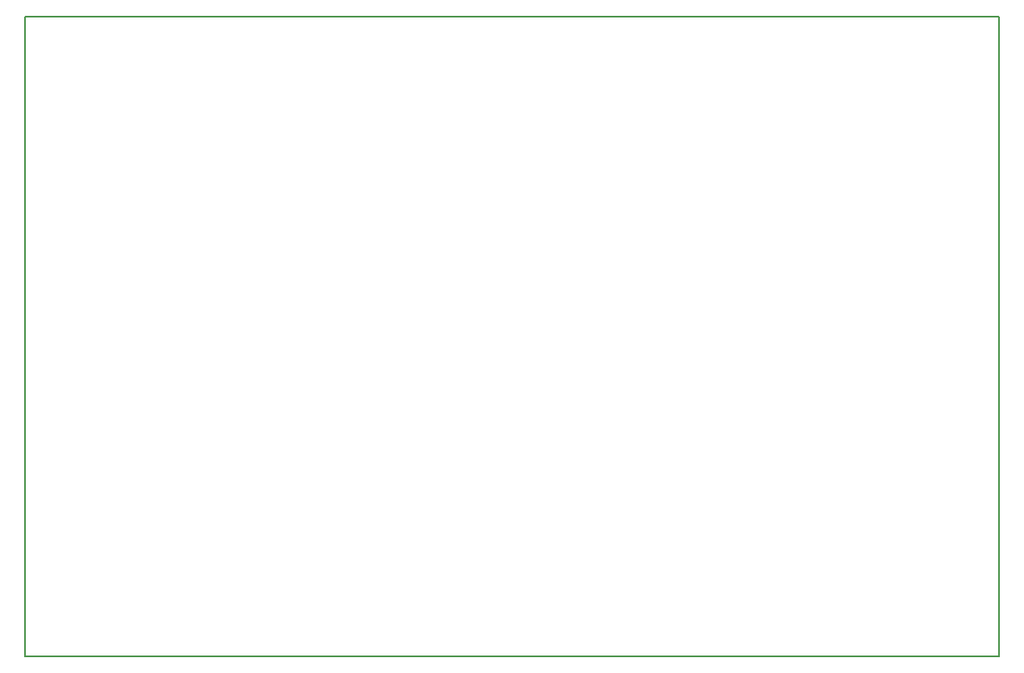
<source format=gbr>
%TF.GenerationSoftware,KiCad,Pcbnew,4.0.7-e2-6376~58~ubuntu16.04.1*%
%TF.CreationDate,2017-12-30T20:10:32+10:00*%
%TF.ProjectId,battmon0,626174746D6F6E302E6B696361645F70,rev?*%
%TF.FileFunction,Profile,NP*%
%FSLAX46Y46*%
G04 Gerber Fmt 4.6, Leading zero omitted, Abs format (unit mm)*
G04 Created by KiCad (PCBNEW 4.0.7-e2-6376~58~ubuntu16.04.1) date Sat Dec 30 20:10:32 2017*
%MOMM*%
%LPD*%
G01*
G04 APERTURE LIST*
%ADD10C,0.100000*%
%ADD11C,0.150000*%
G04 APERTURE END LIST*
D10*
D11*
X134000000Y-127000000D02*
X134000000Y-192000000D01*
X35000000Y-127000000D02*
X134000000Y-127000000D01*
X35000000Y-192000000D02*
X35000000Y-127000000D01*
X134000000Y-192000000D02*
X35000000Y-192000000D01*
M02*

</source>
